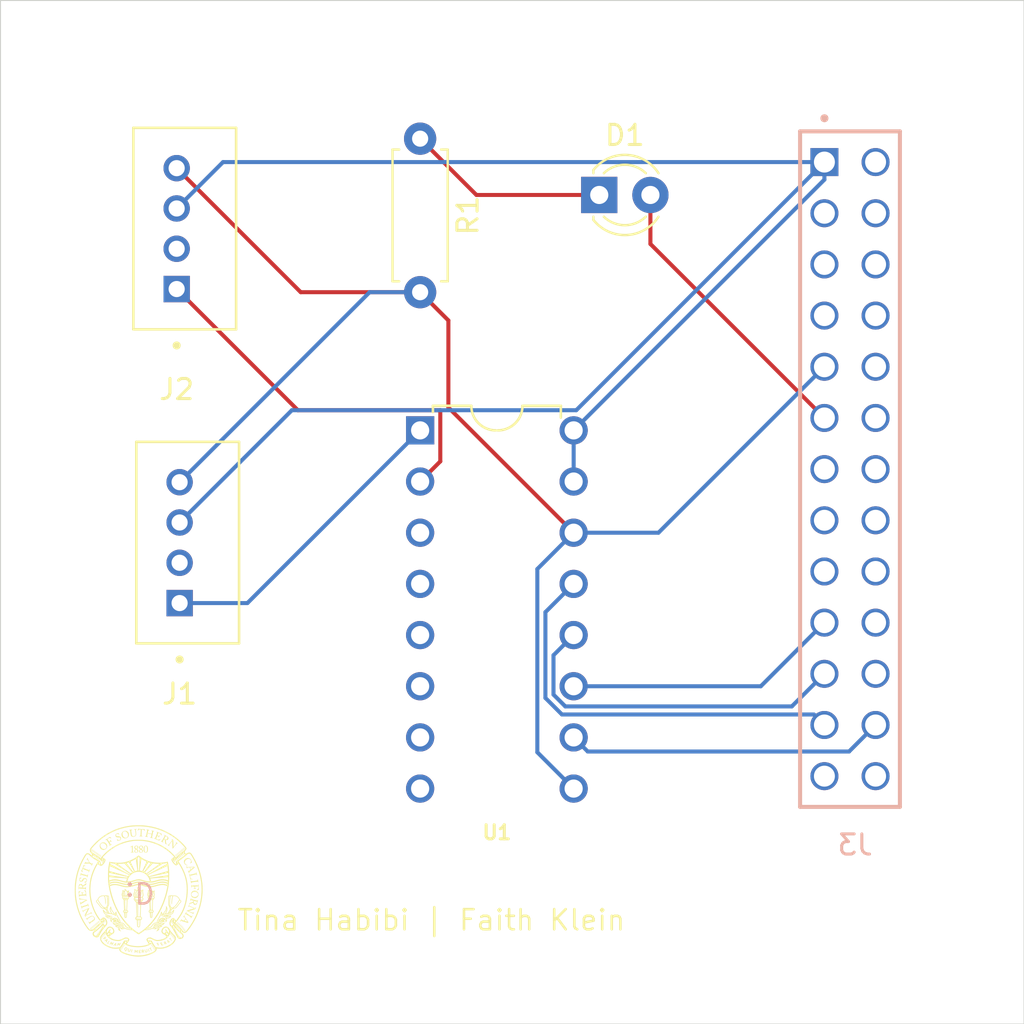
<source format=kicad_pcb>
(kicad_pcb (version 20241229) (generator "pcbnew") (generator_version "9.0")
  (layers (0 "F.Cu" signal) (2 "B.Cu" signal) (13 "F.Paste" user) (15 "B.Paste" user) (5 "F.SilkS" user "F.Silkscreen") (7 "B.SilkS" user "B.Silkscreen") (1 "F.Mask" user) (3 "B.Mask" user) (25 "Edge.Cuts" user))
  (net 0 "")
  (net 1 "GND")
  (net 2 "Net-(D1-A)")
  (net 3 "Net-(D1-K)")
  (net 9 "Net-(U1-CH0)")
  (net 10 "+3V3")
  (net 11 "Net-(U1-Dout)")
  (net 12 "Net-(U1-Din)")
  (net 13 "Net-(U1-CLK)")
  (net 14 "Net-(U1-~{CS}{slash}SHDN)")
  (net 15 "Net-(U1-CH1)")
  (footprint "LOGO" (layer "F.Cu") (at 127.508 111.506)
    (property "Reference" "G***" (hide yes))
    (property "Value" "LOGO" (hide yes))
  )
  (footprint "Resistor_THT:R_Axial_DIN0207_L6.3mm_D2.5mm_P7.62mm_Horizontal" (layer "F.Cu") (at 141.478 74.168 -90)
    (property "Reference" "R1" (at 3.81 -2.37 90) (layer "F.SilkS"))
    (property "Value" "100kΩ")
    (pad "1" thru_hole circle (at 0 0 270) (size 1.6 1.6) (drill 0.8) (layers "*.Cu" "*.Mask") (net 3 "Net-(D1-K)"))
    (pad "2" thru_hole oval (at 7.62 0 270) (size 1.6 1.6) (drill 0.8) (layers "*.Cu" "*.Mask") (net 1 "GND"))
  )
  (footprint "LED_THT:LED_D3.0mm" (layer "F.Cu") (at 150.368 76.962)
    (property "Reference" "D1" (at 1.27 -2.96 0) (layer "F.SilkS"))
    (property "Value" "LED")
    (pad "1" thru_hole rect (at 0 0) (size 1.8 1.8) (drill 0.9) (layers "*.Cu" "*.Mask") (net 3 "Net-(D1-K)"))
    (pad "2" thru_hole circle (at 2.54 0) (size 1.8 1.8) (drill 0.9) (layers "*.Cu" "*.Mask") (net 2 "Net-(D1-A)"))
  )
  (footprint "110990030:SEEED_110990030" (layer "F.Cu") (at 129.394 78.6315 90)
    (property "Reference" "J2" (at -7.9825 0 180) (layer "F.SilkS"))
    (property "Value" "Grove2")
    (pad "1" thru_hole rect (at -3 0 90) (size 1.308 1.308) (drill 0.8) (layers "*.Cu" "*.Mask") (net 15 "Net-(U1-CH1)"))
    (pad "2" thru_hole circle (at -1 0 90) (size 1.308 1.308) (drill 0.8) (layers "*.Cu" "*.Mask"))
    (pad "3" thru_hole circle (at 1 0 90) (size 1.308 1.308) (drill 0.8) (layers "*.Cu" "*.Mask") (net 10 "+3V3"))
    (pad "4" thru_hole circle (at 3 0 90) (size 1.308 1.308) (drill 0.8) (layers "*.Cu" "*.Mask") (net 1 "GND"))
  )
  (footprint "110990030:SEEED_110990030" (layer "F.Cu") (at 129.54 94.218 90)
    (property "Reference" "J1" (at -7.5115 0 180) (layer "F.SilkS"))
    (property "Value" "Grove1")
    (pad "1" thru_hole rect (at -3 0 90) (size 1.308 1.308) (drill 0.8) (layers "*.Cu" "*.Mask") (net 9 "Net-(U1-CH0)"))
    (pad "2" thru_hole circle (at -1 0 90) (size 1.308 1.308) (drill 0.8) (layers "*.Cu" "*.Mask"))
    (pad "3" thru_hole circle (at 1 0 90) (size 1.308 1.308) (drill 0.8) (layers "*.Cu" "*.Mask") (net 10 "+3V3"))
    (pad "4" thru_hole circle (at 3 0 90) (size 1.308 1.308) (drill 0.8) (layers "*.Cu" "*.Mask") (net 1 "GND"))
  )
  (footprint "MCU-MCP3008-I_P_DIP16-7.62MM_:DIP16-2.54-19.2X7.62MM" (layer "F.Cu") (at 145.288 97.536 -90)
    (property "Reference" "U1" (at 11.0675 0 0) (layer "F.SilkS") (effects (font (size 0.700697 0.700697))))
    (property "Value" "MCP3008")
    (pad "1" thru_hole rect (at -8.89 3.81 270) (size 1.4 1.4) (drill 0.9) (layers "*.Cu" "*.Mask") (net 9 "Net-(U1-CH0)"))
    (pad "2" thru_hole circle (at -6.35 3.81 270) (size 1.4 1.4) (drill 0.9) (layers "*.Cu" "*.Mask") (net 15 "Net-(U1-CH1)"))
    (pad "3" thru_hole circle (at -3.81 3.81 270) (size 1.4 1.4) (drill 0.9) (layers "*.Cu" "*.Mask"))
    (pad "4" thru_hole circle (at -1.27 3.81 270) (size 1.4 1.4) (drill 0.9) (layers "*.Cu" "*.Mask"))
    (pad "5" thru_hole circle (at 1.27 3.81 270) (size 1.4 1.4) (drill 0.9) (layers "*.Cu" "*.Mask"))
    (pad "6" thru_hole circle (at 3.81 3.81 270) (size 1.4 1.4) (drill 0.9) (layers "*.Cu" "*.Mask"))
    (pad "7" thru_hole circle (at 6.35 3.81 270) (size 1.4 1.4) (drill 0.9) (layers "*.Cu" "*.Mask"))
    (pad "8" thru_hole circle (at 8.89 3.81 270) (size 1.4 1.4) (drill 0.9) (layers "*.Cu" "*.Mask"))
    (pad "9" thru_hole circle (at 8.89 -3.81 270) (size 1.4 1.4) (drill 0.9) (layers "*.Cu" "*.Mask") (net 1 "GND"))
    (pad "10" thru_hole circle (at 6.35 -3.81 270) (size 1.4 1.4) (drill 0.9) (layers "*.Cu" "*.Mask") (net 14 "Net-(U1-~{CS}{slash}SHDN)"))
    (pad "11" thru_hole circle (at 3.81 -3.81 270) (size 1.4 1.4) (drill 0.9) (layers "*.Cu" "*.Mask") (net 12 "Net-(U1-Din)"))
    (pad "12" thru_hole circle (at 1.27 -3.81 270) (size 1.4 1.4) (drill 0.9) (layers "*.Cu" "*.Mask") (net 11 "Net-(U1-Dout)"))
    (pad "13" thru_hole circle (at -1.27 -3.81 270) (size 1.4 1.4) (drill 0.9) (layers "*.Cu" "*.Mask") (net 13 "Net-(U1-CLK)"))
    (pad "14" thru_hole circle (at -3.81 -3.81 270) (size 1.4 1.4) (drill 0.9) (layers "*.Cu" "*.Mask") (net 1 "GND"))
    (pad "15" thru_hole circle (at -6.35 -3.81 270) (size 1.4 1.4) (drill 0.9) (layers "*.Cu" "*.Mask") (net 10 "+3V3"))
    (pad "16" thru_hole circle (at -8.89 -3.81 270) (size 1.4 1.4) (drill 0.9) (layers "*.Cu" "*.Mask") (net 10 "+3V3"))
  )
  (footprint "SSW-113-06-G-D:SAMTEC_SSW-113-06-G-D" (layer "B.Cu") (at 161.544 75.3295 90)
    (property "Reference" "J3" (at -33.8905 1.524 180) (layer "B.SilkS") (effects (justify mirror)))
    (property "Value" "SSW-113-06-G-D")
    (pad "01" thru_hole rect (at 0 0 90) (size 1.39 1.39) (drill 1.04) (layers "*.Cu" "*.Mask") (net 10 "+3V3"))
    (pad "02" thru_hole circle (at 0 2.54 90) (size 1.39 1.39) (drill 1.04) (layers "*.Cu" "*.Mask"))
    (pad "03" thru_hole circle (at -2.54 0 90) (size 1.39 1.39) (drill 1.04) (layers "*.Cu" "*.Mask"))
    (pad "04" thru_hole circle (at -2.54 2.54 90) (size 1.39 1.39) (drill 1.04) (layers "*.Cu" "*.Mask"))
    (pad "05" thru_hole circle (at -5.08 0 90) (size 1.39 1.39) (drill 1.04) (layers "*.Cu" "*.Mask"))
    (pad "06" thru_hole circle (at -5.08 2.54 90) (size 1.39 1.39) (drill 1.04) (layers "*.Cu" "*.Mask"))
    (pad "07" thru_hole circle (at -7.62 0 90) (size 1.39 1.39) (drill 1.04) (layers "*.Cu" "*.Mask"))
    (pad "08" thru_hole circle (at -7.62 2.54 90) (size 1.39 1.39) (drill 1.04) (layers "*.Cu" "*.Mask"))
    (pad "09" thru_hole circle (at -10.16 0 90) (size 1.39 1.39) (drill 1.04) (layers "*.Cu" "*.Mask") (net 1 "GND"))
    (pad "10" thru_hole circle (at -10.16 2.54 90) (size 1.39 1.39) (drill 1.04) (layers "*.Cu" "*.Mask"))
    (pad "11" thru_hole circle (at -12.7 0 90) (size 1.39 1.39) (drill 1.04) (layers "*.Cu" "*.Mask") (net 2 "Net-(D1-A)"))
    (pad "12" thru_hole circle (at -12.7 2.54 90) (size 1.39 1.39) (drill 1.04) (layers "*.Cu" "*.Mask"))
    (pad "13" thru_hole circle (at -15.24 0 90) (size 1.39 1.39) (drill 1.04) (layers "*.Cu" "*.Mask"))
    (pad "14" thru_hole circle (at -15.24 2.54 90) (size 1.39 1.39) (drill 1.04) (layers "*.Cu" "*.Mask"))
    (pad "15" thru_hole circle (at -17.78 0 90) (size 1.39 1.39) (drill 1.04) (layers "*.Cu" "*.Mask"))
    (pad "16" thru_hole circle (at -17.78 2.54 90) (size 1.39 1.39) (drill 1.04) (layers "*.Cu" "*.Mask"))
    (pad "17" thru_hole circle (at -20.32 0 90) (size 1.39 1.39) (drill 1.04) (layers "*.Cu" "*.Mask"))
    (pad "18" thru_hole circle (at -20.32 2.54 90) (size 1.39 1.39) (drill 1.04) (layers "*.Cu" "*.Mask"))
    (pad "19" thru_hole circle (at -22.86 0 90) (size 1.39 1.39) (drill 1.04) (layers "*.Cu" "*.Mask") (net 12 "Net-(U1-Din)"))
    (pad "20" thru_hole circle (at -22.86 2.54 90) (size 1.39 1.39) (drill 1.04) (layers "*.Cu" "*.Mask"))
    (pad "21" thru_hole circle (at -25.4 0 90) (size 1.39 1.39) (drill 1.04) (layers "*.Cu" "*.Mask") (net 11 "Net-(U1-Dout)"))
    (pad "22" thru_hole circle (at -25.4 2.54 90) (size 1.39 1.39) (drill 1.04) (layers "*.Cu" "*.Mask"))
    (pad "23" thru_hole circle (at -27.94 0 90) (size 1.39 1.39) (drill 1.04) (layers "*.Cu" "*.Mask") (net 13 "Net-(U1-CLK)"))
    (pad "24" thru_hole circle (at -27.94 2.54 90) (size 1.39 1.39) (drill 1.04) (layers "*.Cu" "*.Mask") (net 14 "Net-(U1-~{CS}{slash}SHDN)"))
    (pad "25" thru_hole circle (at -30.48 0 90) (size 1.39 1.39) (drill 1.04) (layers "*.Cu" "*.Mask"))
    (pad "26" thru_hole circle (at -30.48 2.54 90) (size 1.39 1.39) (drill 1.04) (layers "*.Cu" "*.Mask"))
  )
  (gr_rect (start 120.65 67.31) (end 171.45 118.11) (stroke (width 0.05)) (fill no) (layer "Edge.Cuts"))
  (gr_text "Tina Habibi | Faith Klein" (at 132.334 113.538 0) (layer "F.SilkS") (effects (font (size 1 1) (thickness 0.127)) (justify left bottom)))
  (gr_text ":D" (at 126.746 110.998 180) (layer "B.SilkS") (effects (font (size 1 1) (thickness 0.127)) (justify left bottom mirror)))
  (segment (start 142.88 87.508) (end 149.098 93.726) (width 0.2) (layer "F.Cu") (net 1))
  (segment (start 141.478 81.788) (end 142.88 83.19) (width 0.2) (layer "F.Cu") (net 1))
  (segment (start 135.5505 81.788) (end 141.478 81.788) (width 0.2) (layer "F.Cu") (net 1))
  (segment (start 142.88 83.19) (end 142.88 87.508) (width 0.2) (layer "F.Cu") (net 1))
  (segment (start 129.394 75.6315) (end 135.5505 81.788) (width 0.2) (layer "F.Cu") (net 1))
  (segment (start 149.098 93.726) (end 153.3075 93.726) (width 0.2) (layer "B.Cu") (net 1))
  (segment (start 138.97 81.788) (end 141.478 81.788) (width 0.2) (layer "B.Cu") (net 1))
  (segment (start 147.295 95.529) (end 149.098 93.726) (width 0.2) (layer "B.Cu") (net 1))
  (segment (start 129.54 91.218) (end 138.97 81.788) (width 0.2) (layer "B.Cu") (net 1))
  (segment (start 149.098 106.426) (end 147.295 104.623) (width 0.2) (layer "B.Cu") (net 1))
  (segment (start 153.3075 93.726) (end 161.544 85.4895) (width 0.2) (layer "B.Cu") (net 1))
  (segment (start 147.295 104.623) (end 147.295 95.529) (width 0.2) (layer "B.Cu") (net 1))
  (segment (start 152.908 76.962) (end 152.908 79.3935) (width 0.2) (layer "F.Cu") (net 2))
  (segment (start 152.908 79.3935) (end 161.544 88.0295) (width 0.2) (layer "F.Cu") (net 2))
  (segment (start 150.368 76.962) (end 144.272 76.962) (width 0.2) (layer "F.Cu") (net 3))
  (segment (start 144.272 76.962) (end 141.478 74.168) (width 0.2) (layer "F.Cu") (net 3))
  (segment (start 132.906 97.218) (end 141.478 88.646) (width 0.2) (layer "B.Cu") (net 9))
  (segment (start 129.54 97.218) (end 132.906 97.218) (width 0.2) (layer "B.Cu") (net 9))
  (segment (start 129.394 77.6315) (end 131.696 75.3295) (width 0.2) (layer "B.Cu") (net 10))
  (segment (start 161.544 76.2) (end 149.098 88.646) (width 0.2) (layer "B.Cu") (net 10))
  (segment (start 149.098 91.186) (end 149.098 88.646) (width 0.2) (layer "B.Cu") (net 10))
  (segment (start 131.696 75.3295) (end 161.544 75.3295) (width 0.2) (layer "B.Cu") (net 10))
  (segment (start 161.544 75.3295) (end 161.544 76.2) (width 0.2) (layer "B.Cu") (net 10))
  (segment (start 129.54 93.218) (end 135.113 87.645) (width 0.2) (layer "B.Cu") (net 10))
  (segment (start 149.2285 87.645) (end 161.544 75.3295) (width 0.2) (layer "B.Cu") (net 10))
  (segment (start 135.113 87.645) (end 149.2285 87.645) (width 0.2) (layer "B.Cu") (net 10))
  (segment (start 148.683372 102.347) (end 159.9265 102.347) (width 0.2) (layer "B.Cu") (net 11))
  (segment (start 148.097 101.760628) (end 148.683372 102.347) (width 0.2) (layer "B.Cu") (net 11))
  (segment (start 149.098 98.806) (end 148.097 99.807) (width 0.2) (layer "B.Cu") (net 11))
  (segment (start 148.097 99.807) (end 148.097 101.760628) (width 0.2) (layer "B.Cu") (net 11))
  (segment (start 159.9265 102.347) (end 161.544 100.7295) (width 0.2) (layer "B.Cu") (net 11))
  (segment (start 149.098 101.346) (end 158.3875 101.346) (width 0.2) (layer "B.Cu") (net 12))
  (segment (start 158.3875 101.346) (end 161.544 98.1895) (width 0.2) (layer "B.Cu") (net 12))
  (segment (start 161.0225 102.748) (end 161.544 103.2695) (width 0.2) (layer "B.Cu") (net 13))
  (segment (start 148.517272 102.748) (end 161.0225 102.748) (width 0.2) (layer "B.Cu") (net 13))
  (segment (start 147.696 97.668) (end 147.696 101.926728) (width 0.2) (layer "B.Cu") (net 13))
  (segment (start 149.098 96.266) (end 147.696 97.668) (width 0.2) (layer "B.Cu") (net 13))
  (segment (start 147.696 101.926728) (end 148.517272 102.748) (width 0.2) (layer "B.Cu") (net 13))
  (segment (start 162.7675 104.586) (end 164.084 103.2695) (width 0.2) (layer "B.Cu") (net 14))
  (segment (start 149.798 104.586) (end 162.7675 104.586) (width 0.2) (layer "B.Cu") (net 14))
  (segment (start 149.098 103.886) (end 149.798 104.586) (width 0.2) (layer "B.Cu") (net 14))
  (segment (start 142.479 90.185) (end 141.478 91.186) (width 0.2) (layer "F.Cu") (net 15))
  (segment (start 135.4075 87.645) (end 142.479 87.645) (width 0.2) (layer "F.Cu") (net 15))
  (segment (start 129.394 81.6315) (end 135.4075 87.645) (width 0.2) (layer "F.Cu") (net 15))
  (segment (start 142.479 87.645) (end 142.479 90.185) (width 0.2) (layer "F.Cu") (net 15))
)
</source>
